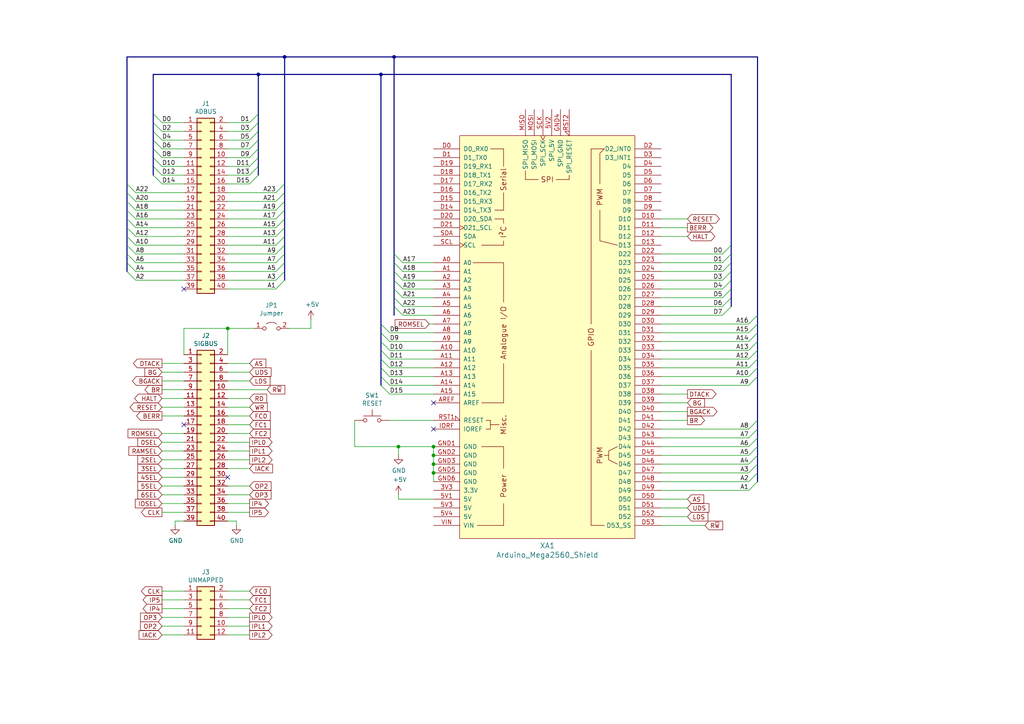
<source format=kicad_sch>
(kicad_sch (version 20211123) (generator eeschema)
  (paper "A4")
  (title_block (title "68k-SBC Supervisor Shield") (rev "2"))
  (lib_symbols
    (symbol "ArduinoShields:Arduino_Mega2560_Shield" (pin_names (offset 1.016))
      (property "Reference" "XA" (at 2.54 0 90))
      (property "Value" "Arduino_Mega2560_Shield" (at -2.54 0 90))
      (symbol "Arduino_Mega2560_Shield_0_0"
        (rectangle (start -25.4 -58.42) (end 25.4 58.42) (fill (type background)))
        (rectangle (start -20.32 -54.61) (end -12.7 -54.61))
        (rectangle (start -19.05 -31.75) (end -12.7 -31.75))
        (rectangle (start -19.05 -19.05) (end -12.7 -19.05))
        (rectangle (start -19.05 26.67) (end -12.7 26.67))
        (rectangle (start -17.78 -26.67) (end -16.51 -26.67))
        (rectangle (start -17.78 -24.13) (end -16.51 -24.13))
        (rectangle (start -16.51 -25.4) (end -13.97 -25.4))
        (rectangle (start -16.51 -24.13) (end -16.51 -26.67))
        (rectangle (start -16.51 54.61) (end -12.7 54.61))
        (rectangle (start -15.24 34.29) (end -12.7 34.29))
        (rectangle (start -15.24 36.83) (end -12.7 36.83))
        (rectangle (start -12.7 -54.61) (end -12.7 -48.26))
        (rectangle (start -12.7 -31.75) (end -12.7 -38.1))
        (rectangle (start -12.7 26.67) (end -12.7 27.94))
        (rectangle (start -12.7 34.29) (end -12.7 33.02))
        (rectangle (start -12.7 41.91) (end -12.7 36.83))
        (rectangle (start -12.7 49.53) (end -12.7 54.61))
        (rectangle (start -6.35 48.26) (end -6.35 45.72))
        (rectangle (start -2.54 45.72) (end -6.35 45.72))
        (polyline (pts (xy -21.59 21.59) (xy -12.7 21.59)))
        (polyline (pts (xy -12.7 -19.05) (xy -12.7 -7.62)))
        (polyline (pts (xy -12.7 10.16) (xy -12.7 21.59)))
        (polyline (pts (xy 12.7 -54.61) (xy 16.51 -54.61)))
        (polyline (pts (xy 12.7 54.61) (xy 16.51 54.61)))
        (polyline (pts (xy 17.78 -34.29) (xy 16.51 -34.29)))
        (polyline (pts (xy 15.24 36.83) (xy 15.24 27.94) (xy 20.32 26.67)))
        (polyline (pts (xy 15.24 44.45) (xy 15.24 53.34) (xy 16.51 54.61)))
        (polyline (pts (xy 20.32 -31.75) (xy 17.78 -33.02) (xy 17.78 -35.56) (xy 20.32 -36.83)))
        (rectangle (start 6.35 45.72) (end 2.54 45.72))
        (rectangle (start 6.35 46.99) (end 6.35 45.72))
        (text "Analogue I/O" (at -12.7 1.27 900) (effects (font (size 1.524 1.524))))
        (text "I²C" (at -12.7 30.48 900) (effects (font (size 1.524 1.524))))
        (text "Misc." (at -12.7 -25.4 900) (effects (font (size 1.524 1.524))))
        (text "Power" (at -12.7 -43.18 900) (effects (font (size 1.524 1.524))))
        (text "PWM" (at 15.24 -34.29 900) (effects (font (size 1.524 1.524))))
        (text "PWM" (at 15.24 40.64 900) (effects (font (size 1.524 1.524))))
        (text "Serial" (at -12.7 45.72 900) (effects (font (size 1.524 1.524))))
        (text "SPI" (at 0 45.72 0) (effects (font (size 1.524 1.524))))
      )
      (symbol "Arduino_Mega2560_Shield_1_0"
        (rectangle (start 12.7 -54.61) (end 12.7 -3.81))
        (rectangle (start 12.7 54.61) (end 12.7 3.81))
        (text "GPIO" (at 12.7 0 900) (effects (font (size 1.524 1.524))))
      )
      (symbol "Arduino_Mega2560_Shield_1_1"
        (pin power_in line (at -33.02 -44.45 0) (length 7.62) (name "3.3V") (number "3V3"))
        (pin power_in line (at -33.02 -46.99 0) (length 7.62) (name "5V") (number "5V1"))
        (pin power_in line (at 1.27 66.04 270) (length 7.62) (name "SPI_5V") (number "5V2"))
        (pin power_in line (at -33.02 -49.53 0) (length 7.62) (name "5V") (number "5V3"))
        (pin power_in line (at -33.02 -52.07 0) (length 7.62) (name "5V") (number "5V4"))
        (pin bidirectional line (at -33.02 21.59 0) (length 7.62) (name "A0") (number "A0"))
        (pin bidirectional line (at -33.02 19.05 0) (length 7.62) (name "A1") (number "A1"))
        (pin bidirectional line (at -33.02 -3.81 0) (length 7.62) (name "A10") (number "A10"))
        (pin bidirectional line (at -33.02 -6.35 0) (length 7.62) (name "A11") (number "A11"))
        (pin bidirectional line (at -33.02 -8.89 0) (length 7.62) (name "A12") (number "A12"))
        (pin bidirectional line (at -33.02 -11.43 0) (length 7.62) (name "A13") (number "A13"))
        (pin bidirectional line (at -33.02 -13.97 0) (length 7.62) (name "A14") (number "A14"))
        (pin bidirectional line (at -33.02 -16.51 0) (length 7.62) (name "A15") (number "A15"))
        (pin bidirectional line (at -33.02 16.51 0) (length 7.62) (name "A2") (number "A2"))
        (pin bidirectional line (at -33.02 13.97 0) (length 7.62) (name "A3") (number "A3"))
        (pin bidirectional line (at -33.02 11.43 0) (length 7.62) (name "A4") (number "A4"))
        (pin bidirectional line (at -33.02 8.89 0) (length 7.62) (name "A5") (number "A5"))
        (pin bidirectional line (at -33.02 6.35 0) (length 7.62) (name "A6") (number "A6"))
        (pin bidirectional line (at -33.02 3.81 0) (length 7.62) (name "A7") (number "A7"))
        (pin bidirectional line (at -33.02 1.27 0) (length 7.62) (name "A8") (number "A8"))
        (pin bidirectional line (at -33.02 -1.27 0) (length 7.62) (name "A9") (number "A9"))
        (pin input line (at -33.02 -19.05 0) (length 7.62) (name "AREF") (number "AREF"))
        (pin bidirectional line (at -33.02 54.61 0) (length 7.62) (name "D0_RX0") (number "D0"))
        (pin bidirectional line (at -33.02 52.07 0) (length 7.62) (name "D1_TX0") (number "D1"))
        (pin bidirectional line (at 33.02 34.29 180) (length 7.62) (name "D10") (number "D10"))
        (pin bidirectional line (at 33.02 31.75 180) (length 7.62) (name "D11") (number "D11"))
        (pin bidirectional line (at 33.02 29.21 180) (length 7.62) (name "D12") (number "D12"))
        (pin bidirectional line (at 33.02 26.67 180) (length 7.62) (name "D13") (number "D13"))
        (pin bidirectional line (at -33.02 36.83 0) (length 7.62) (name "D14_TX3") (number "D14"))
        (pin bidirectional line (at -33.02 39.37 0) (length 7.62) (name "D15_RX3") (number "D15"))
        (pin bidirectional line (at -33.02 41.91 0) (length 7.62) (name "D16_TX2") (number "D16"))
        (pin bidirectional line (at -33.02 44.45 0) (length 7.62) (name "D17_RX2") (number "D17"))
        (pin bidirectional line (at -33.02 46.99 0) (length 7.62) (name "D18_TX1") (number "D18"))
        (pin bidirectional line (at -33.02 49.53 0) (length 7.62) (name "D19_RX1") (number "D19"))
        (pin bidirectional line (at 33.02 54.61 180) (length 7.62) (name "D2_INT0") (number "D2"))
        (pin bidirectional line (at -33.02 34.29 0) (length 7.62) (name "D20_SDA") (number "D20"))
        (pin bidirectional clock (at -33.02 31.75 0) (length 7.62) (name "D21_SCL") (number "D21"))
        (pin bidirectional line (at 33.02 24.13 180) (length 7.62) (name "D22") (number "D22"))
        (pin bidirectional line (at 33.02 21.59 180) (length 7.62) (name "D23") (number "D23"))
        (pin bidirectional line (at 33.02 19.05 180) (length 7.62) (name "D24") (number "D24"))
        (pin bidirectional line (at 33.02 16.51 180) (length 7.62) (name "D25") (number "D25"))
        (pin bidirectional line (at 33.02 13.97 180) (length 7.62) (name "D26") (number "D26"))
        (pin bidirectional line (at 33.02 11.43 180) (length 7.62) (name "D27") (number "D27"))
        (pin bidirectional line (at 33.02 8.89 180) (length 7.62) (name "D28") (number "D28"))
        (pin bidirectional line (at 33.02 6.35 180) (length 7.62) (name "D29") (number "D29"))
        (pin bidirectional line (at 33.02 52.07 180) (length 7.62) (name "D3_INT1") (number "D3"))
        (pin bidirectional line (at 33.02 3.81 180) (length 7.62) (name "D30") (number "D30"))
        (pin bidirectional line (at 33.02 1.27 180) (length 7.62) (name "D31") (number "D31"))
        (pin bidirectional line (at 33.02 -1.27 180) (length 7.62) (name "D32") (number "D32"))
        (pin bidirectional line (at 33.02 -3.81 180) (length 7.62) (name "D33") (number "D33"))
        (pin bidirectional line (at 33.02 -6.35 180) (length 7.62) (name "D34") (number "D34"))
        (pin bidirectional line (at 33.02 -8.89 180) (length 7.62) (name "D35") (number "D35"))
        (pin bidirectional line (at 33.02 -11.43 180) (length 7.62) (name "D36") (number "D36"))
        (pin bidirectional line (at 33.02 -13.97 180) (length 7.62) (name "D37") (number "D37"))
        (pin bidirectional line (at 33.02 -16.51 180) (length 7.62) (name "D38") (number "D38"))
        (pin bidirectional line (at 33.02 -19.05 180) (length 7.62) (name "D39") (number "D39"))
        (pin bidirectional line (at 33.02 49.53 180) (length 7.62) (name "D4") (number "D4"))
        (pin bidirectional line (at 33.02 -21.59 180) (length 7.62) (name "D40") (number "D40"))
        (pin bidirectional line (at 33.02 -24.13 180) (length 7.62) (name "D41") (number "D41"))
        (pin bidirectional line (at 33.02 -26.67 180) (length 7.62) (name "D42") (number "D42"))
        (pin bidirectional line (at 33.02 -29.21 180) (length 7.62) (name "D43") (number "D43"))
        (pin bidirectional line (at 33.02 -31.75 180) (length 7.62) (name "D44") (number "D44"))
        (pin bidirectional line (at 33.02 -34.29 180) (length 7.62) (name "D45") (number "D45"))
        (pin bidirectional line (at 33.02 -36.83 180) (length 7.62) (name "D46") (number "D46"))
        (pin bidirectional line (at 33.02 -39.37 180) (length 7.62) (name "D47") (number "D47"))
        (pin bidirectional line (at 33.02 -41.91 180) (length 7.62) (name "D48") (number "D48"))
        (pin bidirectional line (at 33.02 -44.45 180) (length 7.62) (name "D49") (number "D49"))
        (pin bidirectional line (at 33.02 46.99 180) (length 7.62) (name "D5") (number "D5"))
        (pin bidirectional line (at 33.02 -46.99 180) (length 7.62) (name "D50") (number "D50"))
        (pin bidirectional line (at 33.02 -49.53 180) (length 7.62) (name "D51") (number "D51"))
        (pin bidirectional line (at 33.02 -52.07 180) (length 7.62) (name "D52") (number "D52"))
        (pin bidirectional line (at 33.02 -54.61 180) (length 7.62) (name "D53_SS") (number "D53"))
        (pin bidirectional line (at 33.02 44.45 180) (length 7.62) (name "D6") (number "D6"))
        (pin bidirectional line (at 33.02 41.91 180) (length 7.62) (name "D7") (number "D7"))
        (pin bidirectional line (at 33.02 39.37 180) (length 7.62) (name "D8") (number "D8"))
        (pin bidirectional line (at 33.02 36.83 180) (length 7.62) (name "D9") (number "D9"))
        (pin power_in line (at -33.02 -31.75 0) (length 7.62) (name "GND") (number "GND1"))
        (pin power_in line (at -33.02 -34.29 0) (length 7.62) (name "GND") (number "GND2"))
        (pin power_in line (at -33.02 -36.83 0) (length 7.62) (name "GND") (number "GND3"))
        (pin power_in line (at 3.81 66.04 270) (length 7.62) (name "SPI_GND") (number "GND4"))
        (pin power_in line (at -33.02 -39.37 0) (length 7.62) (name "GND") (number "GND5"))
        (pin power_in line (at -33.02 -41.91 0) (length 7.62) (name "GND") (number "GND6"))
        (pin output line (at -33.02 -26.67 0) (length 7.62) (name "IOREF") (number "IORF"))
        (pin input line (at -6.35 66.04 270) (length 7.62) (name "SPI_MISO") (number "MISO"))
        (pin output line (at -3.81 66.04 270) (length 7.62) (name "SPI_MOSI") (number "MOSI"))
        (pin open_collector input_low (at -33.02 -24.13 0) (length 7.62) (name "RESET") (number "RST1"))
        (pin open_collector input_low (at 6.35 66.04 270) (length 7.62) (name "SPI_RESET") (number "RST2"))
        (pin output clock (at -1.27 66.04 270) (length 7.62) (name "SPI_SCK") (number "SCK"))
        (pin bidirectional clock (at -33.02 26.67 0) (length 7.62) (name "SCL") (number "SCL"))
        (pin bidirectional line (at -33.02 29.21 0) (length 7.62) (name "SDA") (number "SDA"))
        (pin power_in line (at -33.02 -54.61 0) (length 7.62) (name "VIN") (number "VIN"))
      )
    )
    (symbol "Connector_Generic:Conn_02x06_Odd_Even" (pin_names (offset 1.016) hide)
      (property "Reference" "J" (at 1.27 7.62 0))
      (property "Value" "Conn_02x06_Odd_Even" (at 1.27 -10.16 0))
      (symbol "Conn_02x06_Odd_Even_1_1"
        (rectangle (start -1.27 -7.493) (end 0 -7.747) (stroke (width 0.1524)))
        (rectangle (start -1.27 -4.953) (end 0 -5.207) (stroke (width 0.1524)))
        (rectangle (start -1.27 -2.413) (end 0 -2.667) (stroke (width 0.1524)))
        (rectangle (start -1.27 0.127) (end 0 -0.127) (stroke (width 0.1524)))
        (rectangle (start -1.27 2.667) (end 0 2.413) (stroke (width 0.1524)))
        (rectangle (start -1.27 5.207) (end 0 4.953) (stroke (width 0.1524)))
        (rectangle (start -1.27 6.35) (end 3.81 -8.89) (stroke (width 0.254)) (fill (type background)))
        (rectangle (start 3.81 -7.493) (end 2.54 -7.747) (stroke (width 0.1524)))
        (rectangle (start 3.81 -4.953) (end 2.54 -5.207) (stroke (width 0.1524)))
        (rectangle (start 3.81 -2.413) (end 2.54 -2.667) (stroke (width 0.1524)))
        (rectangle (start 3.81 0.127) (end 2.54 -0.127) (stroke (width 0.1524)))
        (rectangle (start 3.81 2.667) (end 2.54 2.413) (stroke (width 0.1524)))
        (rectangle (start 3.81 5.207) (end 2.54 4.953) (stroke (width 0.1524)))
        (pin passive line (at -5.08 5.08 0) (length 3.81) (name "Pin_1") (number "1"))
        (pin passive line (at 7.62 -5.08 180) (length 3.81) (name "Pin_10") (number "10"))
        (pin passive line (at -5.08 -7.62 0) (length 3.81) (name "Pin_11") (number "11"))
        (pin passive line (at 7.62 -7.62 180) (length 3.81) (name "Pin_12") (number "12"))
        (pin passive line (at 7.62 5.08 180) (length 3.81) (name "Pin_2") (number "2"))
        (pin passive line (at -5.08 2.54 0) (length 3.81) (name "Pin_3") (number "3"))
        (pin passive line (at 7.62 2.54 180) (length 3.81) (name "Pin_4") (number "4"))
        (pin passive line (at -5.08 0 0) (length 3.81) (name "Pin_5") (number "5"))
        (pin passive line (at 7.62 0 180) (length 3.81) (name "Pin_6") (number "6"))
        (pin passive line (at -5.08 -2.54 0) (length 3.81) (name "Pin_7") (number "7"))
        (pin passive line (at 7.62 -2.54 180) (length 3.81) (name "Pin_8") (number "8"))
        (pin passive line (at -5.08 -5.08 0) (length 3.81) (name "Pin_9") (number "9"))
      )
    )
    (symbol "Connector_Generic:Conn_02x20_Odd_Even" (pin_names (offset 1.016) hide)
      (property "Reference" "J" (at 1.27 25.4 0))
      (property "Value" "Conn_02x20_Odd_Even" (at 1.27 -27.94 0))
      (symbol "Conn_02x20_Odd_Even_1_1"
        (rectangle (start -1.27 -25.273) (end 0 -25.527) (stroke (width 0.1524)))
        (rectangle (start -1.27 -22.733) (end 0 -22.987) (stroke (width 0.1524)))
        (rectangle (start -1.27 -20.193) (end 0 -20.447) (stroke (width 0.1524)))
        (rectangle (start -1.27 -17.653) (end 0 -17.907) (stroke (width 0.1524)))
        (rectangle (start -1.27 -15.113) (end 0 -15.367) (stroke (width 0.1524)))
        (rectangle (start -1.27 -12.573) (end 0 -12.827) (stroke (width 0.1524)))
        (rectangle (start -1.27 -10.033) (end 0 -10.287) (stroke (width 0.1524)))
        (rectangle (start -1.27 -7.493) (end 0 -7.747) (stroke (width 0.1524)))
        (rectangle (start -1.27 -4.953) (end 0 -5.207) (stroke (width 0.1524)))
        (rectangle (start -1.27 -2.413) (end 0 -2.667) (stroke (width 0.1524)))
        (rectangle (start -1.27 0.127) (end 0 -0.127) (stroke (width 0.1524)))
        (rectangle (start -1.27 2.667) (end 0 2.413) (stroke (width 0.1524)))
        (rectangle (start -1.27 5.207) (end 0 4.953) (stroke (width 0.1524)))
        (rectangle (start -1.27 7.747) (end 0 7.493) (stroke (width 0.1524)))
        (rectangle (start -1.27 10.287) (end 0 10.033) (stroke (width 0.1524)))
        (rectangle (start -1.27 12.827) (end 0 12.573) (stroke (width 0.1524)))
        (rectangle (start -1.27 15.367) (end 0 15.113) (stroke (width 0.1524)))
        (rectangle (start -1.27 17.907) (end 0 17.653) (stroke (width 0.1524)))
        (rectangle (start -1.27 20.447) (end 0 20.193) (stroke (width 0.1524)))
        (rectangle (start -1.27 22.987) (end 0 22.733) (stroke (width 0.1524)))
        (rectangle (start -1.27 24.13) (end 3.81 -26.67) (stroke (width 0.254)) (fill (type background)))
        (rectangle (start 3.81 -25.273) (end 2.54 -25.527) (stroke (width 0.1524)))
        (rectangle (start 3.81 -22.733) (end 2.54 -22.987) (stroke (width 0.1524)))
        (rectangle (start 3.81 -20.193) (end 2.54 -20.447) (stroke (width 0.1524)))
        (rectangle (start 3.81 -17.653) (end 2.54 -17.907) (stroke (width 0.1524)))
        (rectangle (start 3.81 -15.113) (end 2.54 -15.367) (stroke (width 0.1524)))
        (rectangle (start 3.81 -12.573) (end 2.54 -12.827) (stroke (width 0.1524)))
        (rectangle (start 3.81 -10.033) (end 2.54 -10.287) (stroke (width 0.1524)))
        (rectangle (start 3.81 -7.493) (end 2.54 -7.747) (stroke (width 0.1524)))
        (rectangle (start 3.81 -4.953) (end 2.54 -5.207) (stroke (width 0.1524)))
        (rectangle (start 3.81 -2.413) (end 2.54 -2.667) (stroke (width 0.1524)))
        (rectangle (start 3.81 0.127) (end 2.54 -0.127) (stroke (width 0.1524)))
        (rectangle (start 3.81 2.667) (end 2.54 2.413) (stroke (width 0.1524)))
        (rectangle (start 3.81 5.207) (end 2.54 4.953) (stroke (width 0.1524)))
        (rectangle (start 3.81 7.747) (end 2.54 7.493) (stroke (width 0.1524)))
        (rectangle (start 3.81 10.287) (end 2.54 10.033) (stroke (width 0.1524)))
        (rectangle (start 3.81 12.827) (end 2.54 12.573) (stroke (width 0.1524)))
        (rectangle (start 3.81 15.367) (end 2.54 15.113) (stroke (width 0.1524)))
        (rectangle (start 3.81 17.907) (end 2.54 17.653) (stroke (width 0.1524)))
        (rectangle (start 3.81 20.447) (end 2.54 20.193) (stroke (width 0.1524)))
        (rectangle (start 3.81 22.987) (end 2.54 22.733) (stroke (width 0.1524)))
        (pin passive line (at -5.08 22.86 0) (length 3.81) (name "Pin_1") (number "1"))
        (pin passive line (at 7.62 12.7 180) (length 3.81) (name "Pin_10") (number "10"))
        (pin passive line (at -5.08 10.16 0) (length 3.81) (name "Pin_11") (number "11"))
        (pin passive line (at 7.62 10.16 180) (length 3.81) (name "Pin_12") (number "12"))
        (pin passive line (at -5.08 7.62 0) (length 3.81) (name "Pin_13") (number "13"))
        (pin passive line (at 7.62 7.62 180) (length 3.81) (name "Pin_14") (number "14"))
        (pin passive line (at -5.08 5.08 0) (length 3.81) (name "Pin_15") (number "15"))
        (pin passive line (at 7.62 5.08 180) (length 3.81) (name "Pin_16") (number "16"))
        (pin passive line (at -5.08 2.54 0) (length 3.81) (name "Pin_17") (number "17"))
        (pin passive line (at 7.62 2.54 180) (length 3.81) (name "Pin_18") (number "18"))
        (pin passive line (at -5.08 0 0) (length 3.81) (name "Pin_19") (number "19"))
        (pin passive line (at 7.62 22.86 180) (length 3.81) (name "Pin_2") (number "2"))
        (pin passive line (at 7.62 0 180) (length 3.81) (name "Pin_20") (number "20"))
        (pin passive line (at -5.08 -2.54 0) (length 3.81) (name "Pin_21") (number "21"))
        (pin passive line (at 7.62 -2.54 180) (length 3.81) (name "Pin_22") (number "22"))
        (pin passive line (at -5.08 -5.08 0) (length 3.81) (name "Pin_23") (number "23"))
        (pin passive line (at 7.62 -5.08 180) (length 3.81) (name "Pin_24") (number "24"))
        (pin passive line (at -5.08 -7.62 0) (length 3.81) (name "Pin_25") (number "25"))
        (pin passive line (at 7.62 -7.62 180) (length 3.81) (name "Pin_26") (number "26"))
        (pin passive line (at -5.08 -10.16 0) (length 3.81) (name "Pin_27") (number "27"))
        (pin passive line (at 7.62 -10.16 180) (length 3.81) (name "Pin_28") (number "28"))
        (pin passive line (at -5.08 -12.7 0) (length 3.81) (name "Pin_29") (number "29"))
        (pin passive line (at -5.08 20.32 0) (length 3.81) (name "Pin_3") (number "3"))
        (pin passive line (at 7.62 -12.7 180) (length 3.81) (name "Pin_30") (number "30"))
        (pin passive line (at -5.08 -15.24 0) (length 3.81) (name "Pin_31") (number "31"))
        (pin passive line (at 7.62 -15.24 180) (length 3.81) (name "Pin_32") (number "32"))
        (pin passive line (at -5.08 -17.78 0) (length 3.81) (name "Pin_33") (number "33"))
        (pin passive line (at 7.62 -17.78 180) (length 3.81) (name "Pin_34") (number "34"))
        (pin passive line (at -5.08 -20.32 0) (length 3.81) (name "Pin_35") (number "35"))
        (pin passive line (at 7.62 -20.32 180) (length 3.81) (name "Pin_36") (number "36"))
        (pin passive line (at -5.08 -22.86 0) (length 3.81) (name "Pin_37") (number "37"))
        (pin passive line (at 7.62 -22.86 180) (length 3.81) (name "Pin_38") (number "38"))
        (pin passive line (at -5.08 -25.4 0) (length 3.81) (name "Pin_39") (number "39"))
        (pin passive line (at 7.62 20.32 180) (length 3.81) (name "Pin_4") (number "4"))
        (pin passive line (at 7.62 -25.4 180) (length 3.81) (name "Pin_40") (number "40"))
        (pin passive line (at -5.08 17.78 0) (length 3.81) (name "Pin_5") (number "5"))
        (pin passive line (at 7.62 17.78 180) (length 3.81) (name "Pin_6") (number "6"))
        (pin passive line (at -5.08 15.24 0) (length 3.81) (name "Pin_7") (number "7"))
        (pin passive line (at 7.62 15.24 180) (length 3.81) (name "Pin_8") (number "8"))
        (pin passive line (at -5.08 12.7 0) (length 3.81) (name "Pin_9") (number "9"))
      )
    )
    (symbol "Jumper:Jumper_2_Open" (pin_names (offset 0) hide)
      (property "Reference" "JP" (at 0 2.794 0))
      (property "Value" "Jumper_2_Open" (at 0 -2.286 0))
      (symbol "Jumper_2_Open_0_0"
        (circle (center -2.032 0) (radius 0.508))
        (circle (center 2.032 0) (radius 0.508))
      )
      (symbol "Jumper_2_Open_0_1"
        (arc (start 1.524 1.27) (mid 0 1.778) (end -1.524 1.27))
      )
      (symbol "Jumper_2_Open_1_1"
        (pin passive line (at -5.08 0 0) (length 2.54) (name "A") (number "1"))
        (pin passive line (at 5.08 0 180) (length 2.54) (name "B") (number "2"))
      )
    )
    (symbol "Switch:SW_Push" (pin_numbers hide) (pin_names (offset 1.016) hide)
      (property "Reference" "SW" (at 1.27 2.54 0))
      (property "Value" "SW_Push" (at 0 -1.524 0))
      (symbol "SW_Push_0_1"
        (circle (center -2.032 0) (radius 0.508))
        (polyline (pts (xy 0 1.27) (xy 0 3.048)))
        (polyline (pts (xy 2.54 1.27) (xy -2.54 1.27)))
        (circle (center 2.032 0) (radius 0.508))
        (pin passive line (at -5.08 0 0) (length 2.54) (name "1") (number "1"))
        (pin passive line (at 5.08 0 180) (length 2.54) (name "2") (number "2"))
      )
    )
    (symbol "power:+5V" (power) (pin_names (offset 0))
      (property "Value" "+5V" (at 0 3.556 0))
      (symbol "+5V_0_1"
        (polyline (pts (xy -0.762 1.27) (xy 0 2.54)))
        (polyline (pts (xy 0 0) (xy 0 2.54)))
        (polyline (pts (xy 0 2.54) (xy 0.762 1.27)))
      )
      (symbol "+5V_1_1"
        (pin power_in line (at 0 0 90) (length 0) hide (name "+5V") (number "1"))
      )
    )
    (symbol "power:GND" (power) (pin_names (offset 0))
      (property "Value" "GND" (at 0 -3.81 0))
      (symbol "GND_0_1"
        (polyline (pts (xy 0 0) (xy 0 -1.27) (xy 1.27 -1.27) (xy 0 -2.54) (xy -1.27 -1.27) (xy 0 -1.27)))
      )
      (symbol "GND_1_1"
        (pin power_in line (at 0 0 270) (length 0) hide (name "GND") (number "1"))
      )
    )
  )
  (junction (at 114.3 16.51))
  (junction (at 125.73 132.08))
  (junction (at 74.93 21.59))
  (junction (at 115.57 129.54))
  (junction (at 125.73 134.62))
  (junction (at 125.73 137.16))
  (junction (at 110.49 21.59))
  (junction (at 125.73 129.54))
  (junction (at 82.55 16.51))
  (junction (at 66.04 95.25))
  (no_connect (at 53.34 123.19))
  (no_connect (at 125.73 116.84))
  (no_connect (at 66.04 138.43))
  (no_connect (at 125.73 124.46))
  (no_connect (at 53.34 83.82))
  (bus_entry (at 217.17 111.76) (size 2.54 -2.54))
  (bus_entry (at 80.01 83.82) (size 2.54 -2.54))
  (bus_entry (at 72.39 40.64) (size 2.54 -2.54))
  (bus_entry (at 46.99 50.8) (size -2.54 -2.54))
  (bus_entry (at 209.55 83.82) (size 2.54 -2.54))
  (bus_entry (at 46.99 35.56) (size -2.54 -2.54))
  (bus_entry (at 72.39 48.26) (size 2.54 -2.54))
  (bus_entry (at 39.37 68.58) (size -2.54 -2.54))
  (bus_entry (at 113.03 111.76) (size -2.54 -2.54))
  (bus_entry (at 217.17 104.14) (size 2.54 -2.54))
  (bus_entry (at 39.37 81.28) (size -2.54 -2.54))
  (bus_entry (at 72.39 45.72) (size 2.54 -2.54))
  (bus_entry (at 80.01 73.66) (size 2.54 -2.54))
  (bus_entry (at 39.37 73.66) (size -2.54 -2.54))
  (bus_entry (at 113.03 104.14) (size -2.54 -2.54))
  (bus_entry (at 116.84 91.44) (size -2.54 -2.54))
  (bus_entry (at 39.37 71.12) (size -2.54 -2.54))
  (bus_entry (at 217.17 139.7) (size 2.54 -2.54))
  (bus_entry (at 39.37 78.74) (size -2.54 -2.54))
  (bus_entry (at 217.17 129.54) (size 2.54 -2.54))
  (bus_entry (at 217.17 101.6) (size 2.54 -2.54))
  (bus_entry (at 113.03 99.06) (size -2.54 -2.54))
  (bus_entry (at 217.17 142.24) (size 2.54 -2.54))
  (bus_entry (at 80.01 66.04) (size 2.54 -2.54))
  (bus_entry (at 39.37 63.5) (size -2.54 -2.54))
  (bus_entry (at 217.17 127) (size 2.54 -2.54))
  (bus_entry (at 72.39 50.8) (size 2.54 -2.54))
  (bus_entry (at 217.17 106.68) (size 2.54 -2.54))
  (bus_entry (at 217.17 124.46) (size 2.54 -2.54))
  (bus_entry (at 209.55 76.2) (size 2.54 -2.54))
  (bus_entry (at 217.17 137.16) (size 2.54 -2.54))
  (bus_entry (at 113.03 109.22) (size -2.54 -2.54))
  (bus_entry (at 80.01 60.96) (size 2.54 -2.54))
  (bus_entry (at 113.03 96.52) (size -2.54 -2.54))
  (bus_entry (at 80.01 78.74) (size 2.54 -2.54))
  (bus_entry (at 113.03 106.68) (size -2.54 -2.54))
  (bus_entry (at 80.01 68.58) (size 2.54 -2.54))
  (bus_entry (at 39.37 76.2) (size -2.54 -2.54))
  (bus_entry (at 80.01 76.2) (size 2.54 -2.54))
  (bus_entry (at 209.55 88.9) (size 2.54 -2.54))
  (bus_entry (at 80.01 58.42) (size 2.54 -2.54))
  (bus_entry (at 46.99 48.26) (size -2.54 -2.54))
  (bus_entry (at 72.39 53.34) (size 2.54 -2.54))
  (bus_entry (at 217.17 134.62) (size 2.54 -2.54))
  (bus_entry (at 209.55 81.28) (size 2.54 -2.54))
  (bus_entry (at 217.17 93.98) (size 2.54 -2.54))
  (bus_entry (at 116.84 81.28) (size -2.54 -2.54))
  (bus_entry (at 209.55 91.44) (size 2.54 -2.54))
  (bus_entry (at 80.01 71.12) (size 2.54 -2.54))
  (bus_entry (at 39.37 66.04) (size -2.54 -2.54))
  (bus_entry (at 80.01 63.5) (size 2.54 -2.54))
  (bus_entry (at 39.37 55.88) (size -2.54 -2.54))
  (bus_entry (at 116.84 86.36) (size -2.54 -2.54))
  (bus_entry (at 72.39 35.56) (size 2.54 -2.54))
  (bus_entry (at 116.84 83.82) (size -2.54 -2.54))
  (bus_entry (at 113.03 114.3) (size -2.54 -2.54))
  (bus_entry (at 72.39 38.1) (size 2.54 -2.54))
  (bus_entry (at 39.37 58.42) (size -2.54 -2.54))
  (bus_entry (at 46.99 43.18) (size -2.54 -2.54))
  (bus_entry (at 46.99 40.64) (size -2.54 -2.54))
  (bus_entry (at 209.55 86.36) (size 2.54 -2.54))
  (bus_entry (at 72.39 43.18) (size 2.54 -2.54))
  (bus_entry (at 116.84 76.2) (size -2.54 -2.54))
  (bus_entry (at 217.17 99.06) (size 2.54 -2.54))
  (bus_entry (at 46.99 53.34) (size -2.54 -2.54))
  (bus_entry (at 209.55 73.66) (size 2.54 -2.54))
  (bus_entry (at 116.84 88.9) (size -2.54 -2.54))
  (bus_entry (at 80.01 81.28) (size 2.54 -2.54))
  (bus_entry (at 209.55 78.74) (size 2.54 -2.54))
  (bus_entry (at 113.03 101.6) (size -2.54 -2.54))
  (bus_entry (at 217.17 109.22) (size 2.54 -2.54))
  (bus_entry (at 116.84 78.74) (size -2.54 -2.54))
  (bus_entry (at 80.01 55.88) (size 2.54 -2.54))
  (bus_entry (at 39.37 60.96) (size -2.54 -2.54))
  (bus_entry (at 217.17 96.52) (size 2.54 -2.54))
  (bus_entry (at 46.99 38.1) (size -2.54 -2.54))
  (bus_entry (at 46.99 45.72) (size -2.54 -2.54))
  (bus_entry (at 217.17 132.08) (size 2.54 -2.54))
  (bus (pts (xy 74.93 45.72) (xy 74.93 48.26)))
  (wire (pts (xy 72.39 48.26) (xy 66.04 48.26)))
  (bus (pts (xy 44.45 35.56) (xy 44.45 38.1)))
  (wire (pts (xy 72.39 128.27) (xy 66.04 128.27)))
  (bus (pts (xy 44.45 40.64) (xy 44.45 43.18)))
  (wire (pts (xy 46.99 35.56) (xy 53.34 35.56)))
  (wire (pts (xy 217.17 124.46) (xy 191.77 124.46)))
  (bus (pts (xy 36.83 66.04) (xy 36.83 68.58)))
  (wire (pts (xy 53.34 151.13) (xy 50.8 151.13)))
  (bus (pts (xy 74.93 43.18) (xy 74.93 45.72)))
  (wire (pts (xy 46.99 184.15) (xy 53.34 184.15)))
  (bus (pts (xy 114.3 86.36) (xy 114.3 88.9)))
  (wire (pts (xy 125.73 99.06) (xy 113.03 99.06)))
  (wire (pts (xy 66.04 125.73) (xy 72.39 125.73)))
  (bus (pts (xy 219.71 99.06) (xy 219.71 101.6)))
  (bus (pts (xy 219.71 137.16) (xy 219.71 139.7)))
  (wire (pts (xy 191.77 96.52) (xy 217.17 96.52)))
  (bus (pts (xy 82.55 71.12) (xy 82.55 73.66)))
  (wire (pts (xy 66.04 45.72) (xy 72.39 45.72)))
  (bus (pts (xy 110.49 21.59) (xy 212.09 21.59)))
  (wire (pts (xy 191.77 137.16) (xy 217.17 137.16)))
  (wire (pts (xy 72.39 181.61) (xy 66.04 181.61)))
  (wire (pts (xy 46.99 133.35) (xy 53.34 133.35)))
  (bus (pts (xy 36.83 53.34) (xy 36.83 55.88)))
  (bus (pts (xy 74.93 38.1) (xy 74.93 40.64)))
  (wire (pts (xy 46.99 179.07) (xy 53.34 179.07)))
  (wire (pts (xy 66.04 115.57) (xy 72.39 115.57)))
  (bus (pts (xy 74.93 48.26) (xy 74.93 50.8)))
  (bus (pts (xy 114.3 81.28) (xy 114.3 83.82)))
  (wire (pts (xy 53.34 63.5) (xy 39.37 63.5)))
  (wire (pts (xy 66.04 151.13) (xy 68.58 151.13)))
  (wire (pts (xy 66.04 58.42) (xy 80.01 58.42)))
  (wire (pts (xy 72.39 118.11) (xy 66.04 118.11)))
  (bus (pts (xy 114.3 73.66) (xy 114.3 76.2)))
  (bus (pts (xy 114.3 83.82) (xy 114.3 86.36)))
  (wire (pts (xy 125.73 78.74) (xy 116.84 78.74)))
  (wire (pts (xy 125.73 139.7) (xy 125.73 137.16)))
  (wire (pts (xy 53.34 53.34) (xy 46.99 53.34)))
  (wire (pts (xy 125.73 88.9) (xy 116.84 88.9)))
  (bus (pts (xy 219.71 106.68) (xy 219.71 109.22)))
  (bus (pts (xy 82.55 16.51) (xy 114.3 16.51)))
  (bus (pts (xy 74.93 35.56) (xy 74.93 38.1)))
  (wire (pts (xy 66.04 50.8) (xy 72.39 50.8)))
  (wire (pts (xy 113.03 111.76) (xy 125.73 111.76)))
  (bus (pts (xy 110.49 21.59) (xy 110.49 93.98)))
  (wire (pts (xy 46.99 110.49) (xy 53.34 110.49)))
  (bus (pts (xy 36.83 16.51) (xy 36.83 53.34)))
  (wire (pts (xy 72.39 143.51) (xy 66.04 143.51)))
  (bus (pts (xy 212.09 76.2) (xy 212.09 78.74)))
  (wire (pts (xy 72.39 171.45) (xy 66.04 171.45)))
  (bus (pts (xy 219.71 96.52) (xy 219.71 99.06)))
  (bus (pts (xy 74.93 33.02) (xy 74.93 35.56)))
  (bus (pts (xy 219.71 109.22) (xy 219.71 121.92)))
  (bus (pts (xy 36.83 16.51) (xy 82.55 16.51)))
  (bus (pts (xy 219.71 132.08) (xy 219.71 134.62)))
  (wire (pts (xy 191.77 93.98) (xy 217.17 93.98)))
  (wire (pts (xy 80.01 63.5) (xy 66.04 63.5)))
  (wire (pts (xy 191.77 76.2) (xy 209.55 76.2)))
  (wire (pts (xy 46.99 128.27) (xy 53.34 128.27)))
  (bus (pts (xy 82.55 63.5) (xy 82.55 66.04)))
  (bus (pts (xy 44.45 45.72) (xy 44.45 48.26)))
  (wire (pts (xy 72.39 130.81) (xy 66.04 130.81)))
  (bus (pts (xy 110.49 93.98) (xy 110.49 96.52)))
  (wire (pts (xy 53.34 66.04) (xy 39.37 66.04)))
  (wire (pts (xy 116.84 81.28) (xy 125.73 81.28)))
  (wire (pts (xy 115.57 144.78) (xy 125.73 144.78)))
  (bus (pts (xy 82.55 55.88) (xy 82.55 58.42)))
  (wire (pts (xy 102.87 121.92) (xy 102.87 129.54)))
  (wire (pts (xy 125.73 132.08) (xy 125.73 129.54)))
  (bus (pts (xy 82.55 76.2) (xy 82.55 78.74)))
  (bus (pts (xy 82.55 16.51) (xy 82.55 53.34)))
  (wire (pts (xy 113.03 106.68) (xy 125.73 106.68)))
  (wire (pts (xy 191.77 66.04) (xy 199.39 66.04)))
  (bus (pts (xy 219.71 124.46) (xy 219.71 127)))
  (bus (pts (xy 82.55 68.58) (xy 82.55 71.12)))
  (wire (pts (xy 72.39 40.64) (xy 66.04 40.64)))
  (wire (pts (xy 217.17 104.14) (xy 191.77 104.14)))
  (bus (pts (xy 74.93 40.64) (xy 74.93 43.18)))
  (wire (pts (xy 80.01 68.58) (xy 66.04 68.58)))
  (wire (pts (xy 191.77 144.78) (xy 199.39 144.78)))
  (wire (pts (xy 209.55 88.9) (xy 191.77 88.9)))
  (wire (pts (xy 204.47 152.4) (xy 191.77 152.4)))
  (wire (pts (xy 191.77 149.86) (xy 199.39 149.86)))
  (wire (pts (xy 53.34 48.26) (xy 46.99 48.26)))
  (bus (pts (xy 219.71 121.92) (xy 219.71 124.46)))
  (wire (pts (xy 72.39 35.56) (xy 66.04 35.56)))
  (bus (pts (xy 110.49 106.68) (xy 110.49 109.22)))
  (wire (pts (xy 46.99 173.99) (xy 53.34 173.99)))
  (bus (pts (xy 82.55 53.34) (xy 82.55 55.88)))
  (bus (pts (xy 219.71 129.54) (xy 219.71 132.08)))
  (wire (pts (xy 46.99 171.45) (xy 53.34 171.45)))
  (wire (pts (xy 116.84 91.44) (xy 125.73 91.44)))
  (wire (pts (xy 66.04 95.25) (xy 73.66 95.25)))
  (bus (pts (xy 114.3 16.51) (xy 114.3 73.66)))
  (wire (pts (xy 53.34 95.25) (xy 66.04 95.25)))
  (bus (pts (xy 212.09 73.66) (xy 212.09 76.2)))
  (wire (pts (xy 125.73 129.54) (xy 115.57 129.54)))
  (wire (pts (xy 46.99 115.57) (xy 53.34 115.57)))
  (wire (pts (xy 209.55 73.66) (xy 191.77 73.66)))
  (wire (pts (xy 125.73 134.62) (xy 125.73 132.08)))
  (bus (pts (xy 36.83 68.58) (xy 36.83 71.12)))
  (wire (pts (xy 46.99 43.18) (xy 53.34 43.18)))
  (bus (pts (xy 44.45 21.59) (xy 74.93 21.59)))
  (wire (pts (xy 191.77 121.92) (xy 199.39 121.92)))
  (wire (pts (xy 46.99 138.43) (xy 53.34 138.43)))
  (wire (pts (xy 191.77 142.24) (xy 217.17 142.24)))
  (wire (pts (xy 72.39 140.97) (xy 66.04 140.97)))
  (wire (pts (xy 191.77 111.76) (xy 217.17 111.76)))
  (wire (pts (xy 53.34 146.05) (xy 46.99 146.05)))
  (wire (pts (xy 72.39 184.15) (xy 66.04 184.15)))
  (wire (pts (xy 217.17 99.06) (xy 191.77 99.06)))
  (bus (pts (xy 212.09 78.74) (xy 212.09 81.28)))
  (wire (pts (xy 125.73 121.92) (xy 113.03 121.92)))
  (wire (pts (xy 66.04 66.04) (xy 80.01 66.04)))
  (bus (pts (xy 44.45 38.1) (xy 44.45 40.64)))
  (wire (pts (xy 115.57 129.54) (xy 115.57 132.08)))
  (bus (pts (xy 36.83 60.96) (xy 36.83 63.5)))
  (wire (pts (xy 53.34 130.81) (xy 46.99 130.81)))
  (wire (pts (xy 53.34 38.1) (xy 46.99 38.1)))
  (wire (pts (xy 72.39 43.18) (xy 66.04 43.18)))
  (wire (pts (xy 83.82 95.25) (xy 90.17 95.25)))
  (wire (pts (xy 46.99 143.51) (xy 53.34 143.51)))
  (wire (pts (xy 115.57 144.78) (xy 115.57 143.51)))
  (wire (pts (xy 191.77 106.68) (xy 217.17 106.68)))
  (wire (pts (xy 125.73 83.82) (xy 116.84 83.82)))
  (wire (pts (xy 217.17 134.62) (xy 191.77 134.62)))
  (bus (pts (xy 82.55 73.66) (xy 82.55 76.2)))
  (wire (pts (xy 80.01 83.82) (xy 66.04 83.82)))
  (wire (pts (xy 90.17 95.25) (xy 90.17 92.71)))
  (wire (pts (xy 80.01 71.12) (xy 66.04 71.12)))
  (bus (pts (xy 219.71 104.14) (xy 219.71 106.68)))
  (wire (pts (xy 53.34 68.58) (xy 39.37 68.58)))
  (bus (pts (xy 212.09 83.82) (xy 212.09 86.36)))
  (wire (pts (xy 80.01 78.74) (xy 66.04 78.74)))
  (bus (pts (xy 82.55 66.04) (xy 82.55 68.58)))
  (wire (pts (xy 53.34 50.8) (xy 46.99 50.8)))
  (bus (pts (xy 82.55 60.96) (xy 82.55 63.5)))
  (wire (pts (xy 66.04 110.49) (xy 72.39 110.49)))
  (bus (pts (xy 212.09 71.12) (xy 212.09 73.66)))
  (bus (pts (xy 44.45 33.02) (xy 44.45 35.56)))
  (wire (pts (xy 199.39 147.32) (xy 191.77 147.32)))
  (wire (pts (xy 53.34 140.97) (xy 46.99 140.97)))
  (wire (pts (xy 199.39 119.38) (xy 191.77 119.38)))
  (wire (pts (xy 80.01 55.88) (xy 66.04 55.88)))
  (wire (pts (xy 191.77 86.36) (xy 209.55 86.36)))
  (wire (pts (xy 80.01 60.96) (xy 66.04 60.96)))
  (wire (pts (xy 72.39 135.89) (xy 66.04 135.89)))
  (wire (pts (xy 209.55 78.74) (xy 191.77 78.74)))
  (wire (pts (xy 80.01 76.2) (xy 66.04 76.2)))
  (wire (pts (xy 124.46 93.98) (xy 125.73 93.98)))
  (wire (pts (xy 53.34 71.12) (xy 39.37 71.12)))
  (wire (pts (xy 66.04 95.25) (xy 66.04 102.87)))
  (wire (pts (xy 217.17 139.7) (xy 191.77 139.7)))
  (wire (pts (xy 53.34 113.03) (xy 46.99 113.03)))
  (wire (pts (xy 102.87 129.54) (xy 115.57 129.54)))
  (bus (pts (xy 212.09 81.28) (xy 212.09 83.82)))
  (wire (pts (xy 53.34 120.65) (xy 46.99 120.65)))
  (wire (pts (xy 53.34 181.61) (xy 46.99 181.61)))
  (wire (pts (xy 53.34 102.87) (xy 53.34 95.25)))
  (bus (pts (xy 114.3 78.74) (xy 114.3 81.28)))
  (bus (pts (xy 212.09 86.36) (xy 212.09 88.9)))
  (bus (pts (xy 114.3 16.51) (xy 219.71 16.51)))
  (bus (pts (xy 114.3 88.9) (xy 114.3 91.44)))
  (bus (pts (xy 110.49 101.6) (xy 110.49 104.14)))
  (wire (pts (xy 116.84 76.2) (xy 125.73 76.2)))
  (wire (pts (xy 191.77 81.28) (xy 209.55 81.28)))
  (wire (pts (xy 53.34 60.96) (xy 39.37 60.96)))
  (bus (pts (xy 44.45 21.59) (xy 44.45 33.02)))
  (wire (pts (xy 53.34 40.64) (xy 46.99 40.64)))
  (wire (pts (xy 53.34 76.2) (xy 39.37 76.2)))
  (wire (pts (xy 191.77 116.84) (xy 199.39 116.84)))
  (wire (pts (xy 191.77 127) (xy 217.17 127)))
  (bus (pts (xy 219.71 134.62) (xy 219.71 137.16)))
  (bus (pts (xy 110.49 104.14) (xy 110.49 106.68)))
  (wire (pts (xy 217.17 109.22) (xy 191.77 109.22)))
  (wire (pts (xy 77.47 113.03) (xy 66.04 113.03)))
  (wire (pts (xy 125.73 114.3) (xy 113.03 114.3)))
  (wire (pts (xy 46.99 105.41) (xy 53.34 105.41)))
  (wire (pts (xy 66.04 107.95) (xy 72.39 107.95)))
  (wire (pts (xy 125.73 137.16) (xy 125.73 134.62)))
  (wire (pts (xy 53.34 107.95) (xy 46.99 107.95)))
  (bus (pts (xy 110.49 99.06) (xy 110.49 101.6)))
  (wire (pts (xy 191.77 91.44) (xy 209.55 91.44)))
  (wire (pts (xy 46.99 125.73) (xy 53.34 125.73)))
  (wire (pts (xy 66.04 81.28) (xy 80.01 81.28)))
  (wire (pts (xy 66.04 38.1) (xy 72.39 38.1)))
  (wire (pts (xy 53.34 55.88) (xy 39.37 55.88)))
  (wire (pts (xy 68.58 151.13) (xy 68.58 152.4)))
  (wire (pts (xy 53.34 58.42) (xy 39.37 58.42)))
  (bus (pts (xy 36.83 73.66) (xy 36.83 76.2)))
  (wire (pts (xy 53.34 81.28) (xy 39.37 81.28)))
  (wire (pts (xy 72.39 133.35) (xy 66.04 133.35)))
  (wire (pts (xy 72.39 179.07) (xy 66.04 179.07)))
  (bus (pts (xy 110.49 109.22) (xy 110.49 111.76)))
  (bus (pts (xy 36.83 76.2) (xy 36.83 78.74)))
  (wire (pts (xy 191.77 132.08) (xy 217.17 132.08)))
  (wire (pts (xy 72.39 173.99) (xy 66.04 173.99)))
  (bus (pts (xy 82.55 58.42) (xy 82.55 60.96)))
  (wire (pts (xy 217.17 129.54) (xy 191.77 129.54)))
  (wire (pts (xy 53.34 135.89) (xy 46.99 135.89)))
  (wire (pts (xy 191.77 63.5) (xy 199.39 63.5)))
  (bus (pts (xy 44.45 48.26) (xy 44.45 50.8)))
  (wire (pts (xy 191.77 68.58) (xy 199.39 68.58)))
  (wire (pts (xy 50.8 151.13) (xy 50.8 152.4)))
  (wire (pts (xy 53.34 176.53) (xy 46.99 176.53)))
  (bus (pts (xy 219.71 101.6) (xy 219.71 104.14)))
  (wire (pts (xy 199.39 114.3) (xy 191.77 114.3)))
  (bus (pts (xy 82.55 78.74) (xy 82.55 81.28)))
  (wire (pts (xy 46.99 118.11) (xy 53.34 118.11)))
  (bus (pts (xy 219.71 93.98) (xy 219.71 96.52)))
  (bus (pts (xy 212.09 21.59) (xy 212.09 71.12)))
  (wire (pts (xy 66.04 176.53) (xy 72.39 176.53)))
  (bus (pts (xy 110.49 96.52) (xy 110.49 99.06)))
  (wire (pts (xy 72.39 123.19) (xy 66.04 123.19)))
  (bus (pts (xy 36.83 63.5) (xy 36.83 66.04)))
  (wire (pts (xy 66.04 73.66) (xy 80.01 73.66)))
  (bus (pts (xy 219.71 127) (xy 219.71 129.54)))
  (wire (pts (xy 125.73 104.14) (xy 113.03 104.14)))
  (bus (pts (xy 114.3 76.2) (xy 114.3 78.74)))
  (bus (pts (xy 219.71 91.44) (xy 219.71 93.98)))
  (bus (pts (xy 74.93 21.59) (xy 74.93 33.02)))
  (bus (pts (xy 219.71 16.51) (xy 219.71 91.44)))
  (bus (pts (xy 44.45 43.18) (xy 44.45 45.72)))
  (wire (pts (xy 191.77 101.6) (xy 217.17 101.6)))
  (wire (pts (xy 72.39 120.65) (xy 66.04 120.65)))
  (wire (pts (xy 209.55 83.82) (xy 191.77 83.82)))
  (wire (pts (xy 72.39 148.59) (xy 66.04 148.59)))
  (bus (pts (xy 74.93 21.59) (xy 110.49 21.59)))
  (wire (pts (xy 53.34 78.74) (xy 39.37 78.74)))
  (wire (pts (xy 66.04 146.05) (xy 72.39 146.05)))
  (bus (pts (xy 36.83 58.42) (xy 36.83 60.96)))
  (wire (pts (xy 53.34 45.72) (xy 46.99 45.72)))
  (bus (pts (xy 36.83 55.88) (xy 36.83 58.42)))
  (wire (pts (xy 113.03 96.52) (xy 125.73 96.52)))
  (wire (pts (xy 72.39 53.34) (xy 66.04 53.34)))
  (wire (pts (xy 116.84 86.36) (xy 125.73 86.36)))
  (wire (pts (xy 46.99 148.59) (xy 53.34 148.59)))
  (wire (pts (xy 113.03 101.6) (xy 125.73 101.6)))
  (bus (pts (xy 36.83 71.12) (xy 36.83 73.66)))
  (wire (pts (xy 66.04 105.41) (xy 72.39 105.41)))
  (wire (pts (xy 125.73 109.22) (xy 113.03 109.22)))
  (wire (pts (xy 53.34 73.66) (xy 39.37 73.66)))
  (label "D7" (at 209.55 91.44 180))
  (label "A2" (at 217.17 139.7 180))
  (label "A16" (at 217.17 93.98 180))
  (label "A13" (at 217.17 101.6 180))
  (label "D9" (at 113.03 99.06 0))
  (label "D5" (at 72.39 40.64 180))
  (label "A22" (at 39.37 55.88 0))
  (label "D5" (at 209.55 86.36 180))
  (label "D11" (at 72.39 48.26 180))
  (label "A19" (at 116.84 81.28 0))
  (label "A20" (at 116.84 83.82 0))
  (label "D13" (at 72.39 50.8 180))
  (label "D4" (at 209.55 83.82 180))
  (label "D4" (at 46.99 40.64 0))
  (label "A5" (at 80.01 78.74 180))
  (label "D8" (at 113.03 96.52 0))
  (label "D15" (at 72.39 53.34 180))
  (label "A9" (at 80.01 73.66 180))
  (label "A9" (at 217.17 111.76 180))
  (label "A17" (at 80.01 63.5 180))
  (label "A11" (at 217.17 106.68 180))
  (label "D0" (at 209.55 73.66 180))
  (label "D3" (at 72.39 38.1 180))
  (label "D9" (at 72.39 45.72 180))
  (label "A23" (at 80.01 55.88 180))
  (label "D1" (at 209.55 76.2 180))
  (label "D7" (at 72.39 43.18 180))
  (label "A2" (at 39.37 81.28 0))
  (label "A3" (at 217.17 137.16 180))
  (label "D10" (at 46.99 48.26 0))
  (label "A11" (at 80.01 71.12 180))
  (label "A19" (at 80.01 60.96 180))
  (label "D14" (at 113.03 111.76 0))
  (label "D15" (at 113.03 114.3 0))
  (label "A21" (at 80.01 58.42 180))
  (label "A17" (at 116.84 76.2 0))
  (label "D11" (at 113.03 104.14 0))
  (label "A8" (at 39.37 73.66 0))
  (label "A14" (at 39.37 66.04 0))
  (label "A3" (at 80.01 81.28 180))
  (label "A22" (at 116.84 88.9 0))
  (label "A8" (at 217.17 124.46 180))
  (label "D10" (at 113.03 101.6 0))
  (label "A21" (at 116.84 86.36 0))
  (label "A15" (at 217.17 96.52 180))
  (label "A4" (at 217.17 134.62 180))
  (label "A13" (at 80.01 68.58 180))
  (label "D12" (at 46.99 50.8 0))
  (label "D0" (at 46.99 35.56 0))
  (label "A7" (at 217.17 127 180))
  (label "A16" (at 39.37 63.5 0))
  (label "D8" (at 46.99 45.72 0))
  (label "A4" (at 39.37 78.74 0))
  (label "A10" (at 217.17 109.22 180))
  (label "A1" (at 217.17 142.24 180))
  (label "A20" (at 39.37 58.42 0))
  (label "A6" (at 217.17 129.54 180))
  (label "A12" (at 39.37 68.58 0))
  (label "D3" (at 209.55 81.28 180))
  (label "D14" (at 46.99 53.34 0))
  (label "A15" (at 80.01 66.04 180))
  (label "A18" (at 116.84 78.74 0))
  (label "A23" (at 116.84 91.44 0))
  (label "D6" (at 209.55 88.9 180))
  (label "A10" (at 39.37 71.12 0))
  (label "D2" (at 46.99 38.1 0))
  (label "D6" (at 46.99 43.18 0))
  (label "A7" (at 80.01 76.2 180))
  (label "D12" (at 113.03 106.68 0))
  (label "A18" (at 39.37 60.96 0))
  (label "A5" (at 217.17 132.08 180))
  (label "D1" (at 72.39 35.56 180))
  (label "A12" (at 217.17 104.14 180))
  (label "D2" (at 209.55 78.74 180))
  (label "D13" (at 113.03 109.22 0))
  (label "A14" (at 217.17 99.06 180))
  (label "A1" (at 80.01 83.82 180))
  (label "A6" (at 39.37 76.2 0))
  (global_label "OP3" (shape input) (at 46.99 179.07 180) (property "Intersheet References" "${INTERSHEET_REFS}" (effects hide)))
  (global_label "BR" (shape output) (at 46.99 113.03 180) (property "Intersheet References" "${INTERSHEET_REFS}" (effects hide)))
  (global_label "OP2" (shape input) (at 72.39 140.97 0) (property "Intersheet References" "${INTERSHEET_REFS}" (effects hide)))
  (global_label "RD" (shape input) (at 72.39 115.57 0) (property "Intersheet References" "${INTERSHEET_REFS}" (effects hide)))
  (global_label "AS" (shape input) (at 72.39 105.41 0) (property "Intersheet References" "${INTERSHEET_REFS}" (effects hide)))
  (global_label "FC0" (shape input) (at 72.39 120.65 0) (property "Intersheet References" "${INTERSHEET_REFS}" (effects hide)))
  (global_label "ROMSEL" (shape input) (at 124.46 93.98 180) (property "Intersheet References" "${INTERSHEET_REFS}" (effects hide)))
  (global_label "FC2" (shape input) (at 72.39 176.53 0) (property "Intersheet References" "${INTERSHEET_REFS}" (effects hide)))
  (global_label "IPL2" (shape output) (at 72.39 133.35 0) (property "Intersheet References" "${INTERSHEET_REFS}" (effects hide)))
  (global_label "IPL1" (shape output) (at 72.39 130.81 0) (property "Intersheet References" "${INTERSHEET_REFS}" (effects hide)))
  (global_label "RESET" (shape bidirectional) (at 199.39 63.5 0) (property "Intersheet References" "${INTERSHEET_REFS}" (effects hide)))
  (global_label "FC1" (shape input) (at 72.39 123.19 0) (property "Intersheet References" "${INTERSHEET_REFS}" (effects hide)))
  (global_label "IPL1" (shape output) (at 72.39 181.61 0) (property "Intersheet References" "${INTERSHEET_REFS}" (effects hide)))
  (global_label "BR" (shape output) (at 199.39 121.92 0) (property "Intersheet References" "${INTERSHEET_REFS}" (effects hide)))
  (global_label "ROMSEL" (shape input) (at 46.99 125.73 180) (property "Intersheet References" "${INTERSHEET_REFS}" (effects hide)))
  (global_label "LDS" (shape input) (at 72.39 110.49 0) (property "Intersheet References" "${INTERSHEET_REFS}" (effects hide)))
  (global_label "IP4" (shape output) (at 46.99 176.53 180) (property "Intersheet References" "${INTERSHEET_REFS}" (effects hide)))
  (global_label "R~{W}" (shape input) (at 204.47 152.4 0) (property "Intersheet References" "${INTERSHEET_REFS}" (effects hide)))
  (global_label "IPL2" (shape output) (at 72.39 184.15 0) (property "Intersheet References" "${INTERSHEET_REFS}" (effects hide)))
  (global_label "IACK" (shape input) (at 46.99 184.15 180) (property "Intersheet References" "${INTERSHEET_REFS}" (effects hide)))
  (global_label "UDS" (shape input) (at 199.39 147.32 0) (property "Intersheet References" "${INTERSHEET_REFS}" (effects hide)))
  (global_label "BG" (shape input) (at 199.39 116.84 0) (property "Intersheet References" "${INTERSHEET_REFS}" (effects hide)))
  (global_label "6SEL" (shape input) (at 46.99 143.51 180) (property "Intersheet References" "${INTERSHEET_REFS}" (effects hide)))
  (global_label "BERR" (shape output) (at 46.99 120.65 180) (property "Intersheet References" "${INTERSHEET_REFS}" (effects hide)))
  (global_label "HALT" (shape bidirectional) (at 199.39 68.58 0) (property "Intersheet References" "${INTERSHEET_REFS}" (effects hide)))
  (global_label "HALT" (shape bidirectional) (at 46.99 115.57 180) (property "Intersheet References" "${INTERSHEET_REFS}" (effects hide)))
  (global_label "FC0" (shape input) (at 72.39 171.45 0) (property "Intersheet References" "${INTERSHEET_REFS}" (effects hide)))
  (global_label "DTACK" (shape output) (at 199.39 114.3 0) (property "Intersheet References" "${INTERSHEET_REFS}" (effects hide)))
  (global_label "IP4" (shape output) (at 72.39 146.05 0) (property "Intersheet References" "${INTERSHEET_REFS}" (effects hide)))
  (global_label "BERR" (shape output) (at 199.39 66.04 0) (property "Intersheet References" "${INTERSHEET_REFS}" (effects hide)))
  (global_label "AS" (shape input) (at 199.39 144.78 0) (property "Intersheet References" "${INTERSHEET_REFS}" (effects hide)))
  (global_label "FC2" (shape input) (at 72.39 125.73 0) (property "Intersheet References" "${INTERSHEET_REFS}" (effects hide)))
  (global_label "OP3" (shape input) (at 72.39 143.51 0) (property "Intersheet References" "${INTERSHEET_REFS}" (effects hide)))
  (global_label "2SEL" (shape input) (at 46.99 133.35 180) (property "Intersheet References" "${INTERSHEET_REFS}" (effects hide)))
  (global_label "IP5" (shape output) (at 72.39 148.59 0) (property "Intersheet References" "${INTERSHEET_REFS}" (effects hide)))
  (global_label "WR" (shape input) (at 72.39 118.11 0) (property "Intersheet References" "${INTERSHEET_REFS}" (effects hide)))
  (global_label "R~{W}" (shape input) (at 77.47 113.03 0) (property "Intersheet References" "${INTERSHEET_REFS}" (effects hide)))
  (global_label "OP2" (shape input) (at 46.99 181.61 180) (property "Intersheet References" "${INTERSHEET_REFS}" (effects hide)))
  (global_label "RESET" (shape bidirectional) (at 46.99 118.11 180) (property "Intersheet References" "${INTERSHEET_REFS}" (effects hide)))
  (global_label "FC1" (shape input) (at 72.39 173.99 0) (property "Intersheet References" "${INTERSHEET_REFS}" (effects hide)))
  (global_label "BG" (shape input) (at 46.99 107.95 180) (property "Intersheet References" "${INTERSHEET_REFS}" (effects hide)))
  (global_label "RAMSEL" (shape input) (at 46.99 130.81 180) (property "Intersheet References" "${INTERSHEET_REFS}" (effects hide)))
  (global_label "IOSEL" (shape input) (at 46.99 146.05 180) (property "Intersheet References" "${INTERSHEET_REFS}" (effects hide)))
  (global_label "BGACK" (shape output) (at 199.39 119.38 0) (property "Intersheet References" "${INTERSHEET_REFS}" (effects hide)))
  (global_label "3SEL" (shape input) (at 46.99 135.89 180) (property "Intersheet References" "${INTERSHEET_REFS}" (effects hide)))
  (global_label "IACK" (shape input) (at 72.39 135.89 0) (property "Intersheet References" "${INTERSHEET_REFS}" (effects hide)))
  (global_label "DTACK" (shape output) (at 46.99 105.41 180) (property "Intersheet References" "${INTERSHEET_REFS}" (effects hide)))
  (global_label "UDS" (shape input) (at 72.39 107.95 0) (property "Intersheet References" "${INTERSHEET_REFS}" (effects hide)))
  (global_label "CLK" (shape output) (at 46.99 148.59 180) (property "Intersheet References" "${INTERSHEET_REFS}" (effects hide)))
  (global_label "LDS" (shape input) (at 199.39 149.86 0) (property "Intersheet References" "${INTERSHEET_REFS}" (effects hide)))
  (global_label "5SEL" (shape input) (at 46.99 140.97 180) (property "Intersheet References" "${INTERSHEET_REFS}" (effects hide)))
  (global_label "4SEL" (shape input) (at 46.99 138.43 180) (property "Intersheet References" "${INTERSHEET_REFS}" (effects hide)))
  (global_label "IPL0" (shape output) (at 72.39 128.27 0) (property "Intersheet References" "${INTERSHEET_REFS}" (effects hide)))
  (global_label "CLK" (shape output) (at 46.99 171.45 180) (property "Intersheet References" "${INTERSHEET_REFS}" (effects hide)))
  (global_label "IP5" (shape output) (at 46.99 173.99 180) (property "Intersheet References" "${INTERSHEET_REFS}" (effects hide)))
  (global_label "0SEL" (shape input) (at 46.99 128.27 180) (property "Intersheet References" "${INTERSHEET_REFS}" (effects hide)))
  (global_label "BGACK" (shape output) (at 46.99 110.49 180) (property "Intersheet References" "${INTERSHEET_REFS}" (effects hide)))
  (global_label "IPL0" (shape output) (at 72.39 179.07 0) (property "Intersheet References" "${INTERSHEET_REFS}" (effects hide)))
  (symbol (lib_id "power:GND") (at 50.8 152.4 0) (unit 1)
    (property "Reference" "#PWR0101" (effects hide))
    (property "Value" "GND" (at 50.927 156.7942 0))
  )
  (symbol (lib_id "Connector_Generic:Conn_02x20_Odd_Even") (at 58.42 58.42 0) (unit 1)
    (property "Reference" "J1" (at 59.69 30.0482 0))
    (property "Value" "ADBUS" (at 59.69 32.3596 0))
    (property "Footprint" "Connector_PinHeader_2.54mm:PinHeader_2x20_P2.54mm_Vertical" (effects hide))
  )
  (symbol (lib_id "Connector_Generic:Conn_02x20_Odd_Even") (at 58.42 125.73 0) (unit 1)
    (property "Reference" "J2" (at 59.69 97.3582 0))
    (property "Value" "SIGBUS" (at 59.69 99.6696 0))
    (property "Footprint" "Connector_PinHeader_2.54mm:PinHeader_2x20_P2.54mm_Vertical" (effects hide))
  )
  (symbol (lib_id "power:+5V") (at 90.17 92.71 0) (unit 1)
    (property "Reference" "#PWR0103" (effects hide))
    (property "Value" "+5V" (at 90.551 88.3158 0))
  )
  (symbol (lib_id "power:GND") (at 68.58 152.4 0) (unit 1)
    (property "Reference" "#PWR0104" (effects hide))
    (property "Value" "GND" (at 68.707 156.7942 0))
  )
  (symbol (lib_id "ArduinoShields:Arduino_Mega2560_Shield") (at 158.75 97.79 0) (unit 1)
    (property "Reference" "XA1" (at 158.75 158.2674 0) (effects (font (size 1.524 1.524))))
    (property "Value" "Arduino_Mega2560_Shield" (at 158.75 160.9598 0) (effects (font (size 1.524 1.524))))
    (property "Footprint" "ArduinoShields:Arduino_Mega2560_Shield" (effects hide))
    (property "Datasheet" "https://store.arduino.cc/arduino-mega-2560-rev3" (effects hide))
  )
  (symbol (lib_id "Jumper:Jumper_2_Open") (at 78.74 95.25 0) (unit 1)
    (property "Reference" "JP1" (at 78.74 88.5444 0))
    (property "Value" "Jumper" (at 78.74 90.8558 0))
    (property "Footprint" "Connector_PinHeader_2.54mm:PinHeader_1x02_P2.54mm_Vertical" (effects hide))
  )
  (symbol (lib_id "power:+5V") (at 115.57 143.51 0) (unit 1)
    (property "Reference" "#PWR0102" (effects hide))
    (property "Value" "+5V" (at 115.951 139.1158 0))
  )
  (symbol (lib_id "power:GND") (at 115.57 132.08 0) (unit 1)
    (property "Reference" "#PWR0105" (effects hide))
    (property "Value" "GND" (at 115.697 136.4742 0))
  )
  (symbol (lib_id "Switch:SW_Push") (at 107.95 121.92 0) (unit 1)
    (property "Reference" "SW1" (at 107.95 114.681 0))
    (property "Value" "RESET" (at 107.95 116.9924 0))
    (property "Footprint" "Button_Switch_THT:SW_PUSH_6mm" (effects hide))
  )
  (symbol (lib_id "Connector_Generic:Conn_02x06_Odd_Even") (at 58.42 176.53 0) (unit 1)
    (property "Reference" "J3" (at 59.69 165.9382 0))
    (property "Value" "UNMAPPED" (at 59.69 168.2496 0))
    (property "Footprint" "Connector_PinHeader_2.54mm:PinHeader_2x06_P2.54mm_Vertical" (effects hide))
  )
)
</source>
